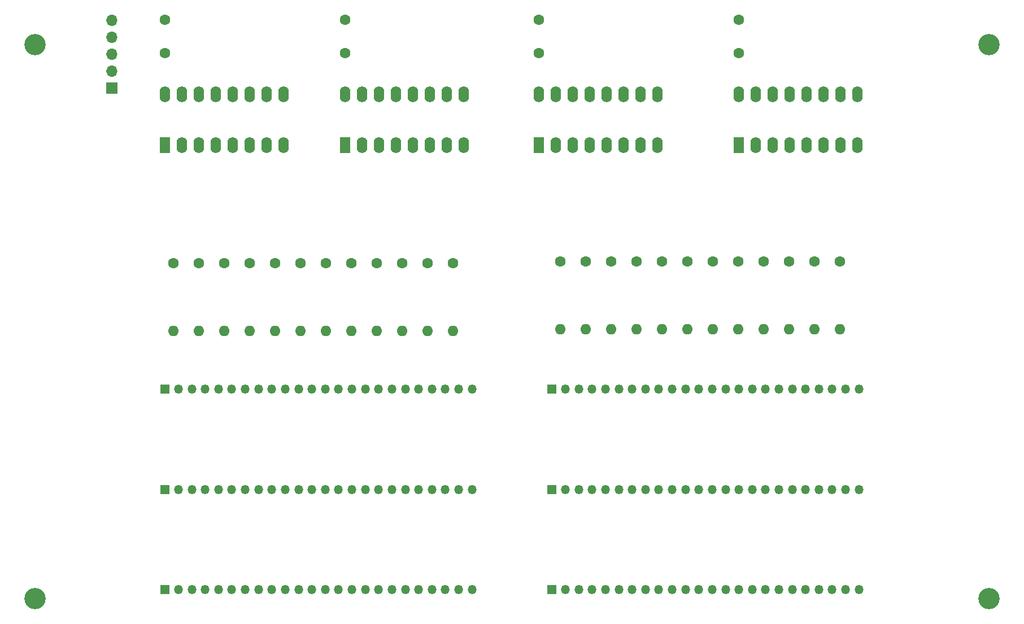
<source format=gbr>
%TF.GenerationSoftware,KiCad,Pcbnew,(5.1.9-0-10_14)*%
%TF.CreationDate,2021-03-14T17:55:17-04:00*%
%TF.ProjectId,LED Display,4c454420-4469-4737-906c-61792e6b6963,rev?*%
%TF.SameCoordinates,Original*%
%TF.FileFunction,Soldermask,Bot*%
%TF.FilePolarity,Negative*%
%FSLAX46Y46*%
G04 Gerber Fmt 4.6, Leading zero omitted, Abs format (unit mm)*
G04 Created by KiCad (PCBNEW (5.1.9-0-10_14)) date 2021-03-14 17:55:17*
%MOMM*%
%LPD*%
G01*
G04 APERTURE LIST*
%ADD10C,3.200000*%
%ADD11R,1.350000X1.350000*%
%ADD12O,1.350000X1.350000*%
%ADD13C,1.600000*%
%ADD14R,1.700000X1.700000*%
%ADD15O,1.700000X1.700000*%
%ADD16O,1.600000X1.600000*%
%ADD17O,1.600000X2.400000*%
%ADD18R,1.600000X2.400000*%
G04 APERTURE END LIST*
D10*
%TO.C,REF\u002A\u002A*%
X168000000Y-20000000D03*
%TD*%
%TO.C,REF\u002A\u002A*%
X168000000Y-103000000D03*
%TD*%
%TO.C,REF\u002A\u002A*%
X25000000Y-103000000D03*
%TD*%
%TO.C,REF\u002A\u002A*%
X25000000Y-20000000D03*
%TD*%
D11*
%TO.C,Display6*%
X102500000Y-101650000D03*
D12*
X104500000Y-101650000D03*
X106500000Y-101650000D03*
X108500000Y-101650000D03*
X110500000Y-101650000D03*
X112500000Y-101650000D03*
X114500000Y-101650000D03*
X116500000Y-101650000D03*
X118500000Y-101650000D03*
X120500000Y-101650000D03*
X122500000Y-101650000D03*
X124500000Y-101650000D03*
X126500000Y-101650000D03*
X128500000Y-101650000D03*
X130500000Y-101650000D03*
X132500000Y-101650000D03*
X134500000Y-101650000D03*
X136500000Y-101650000D03*
X138500000Y-101650000D03*
X140500000Y-101650000D03*
X142500000Y-101650000D03*
X144500000Y-101650000D03*
X146500000Y-101650000D03*
X148500000Y-101650000D03*
%TD*%
D13*
%TO.C,C1*%
X44500000Y-16250000D03*
X44500000Y-21250000D03*
%TD*%
%TO.C,C2*%
X71500000Y-21250000D03*
X71500000Y-16250000D03*
%TD*%
%TO.C,C3*%
X100500000Y-21250000D03*
X100500000Y-16250000D03*
%TD*%
%TO.C,C4*%
X130500000Y-21250000D03*
X130500000Y-16250000D03*
%TD*%
D12*
%TO.C,Display1*%
X90500000Y-71650000D03*
X88500000Y-71650000D03*
X86500000Y-71650000D03*
X84500000Y-71650000D03*
X82500000Y-71650000D03*
X80500000Y-71650000D03*
X78500000Y-71650000D03*
X76500000Y-71650000D03*
X74500000Y-71650000D03*
X72500000Y-71650000D03*
X70500000Y-71650000D03*
X68500000Y-71650000D03*
X66500000Y-71650000D03*
X64500000Y-71650000D03*
X62500000Y-71650000D03*
X60500000Y-71650000D03*
X58500000Y-71650000D03*
X56500000Y-71650000D03*
X54500000Y-71650000D03*
X52500000Y-71650000D03*
X50500000Y-71650000D03*
X48500000Y-71650000D03*
X46500000Y-71650000D03*
D11*
X44500000Y-71650000D03*
%TD*%
%TO.C,Display2*%
X102500000Y-71650000D03*
D12*
X104500000Y-71650000D03*
X106500000Y-71650000D03*
X108500000Y-71650000D03*
X110500000Y-71650000D03*
X112500000Y-71650000D03*
X114500000Y-71650000D03*
X116500000Y-71650000D03*
X118500000Y-71650000D03*
X120500000Y-71650000D03*
X122500000Y-71650000D03*
X124500000Y-71650000D03*
X126500000Y-71650000D03*
X128500000Y-71650000D03*
X130500000Y-71650000D03*
X132500000Y-71650000D03*
X134500000Y-71650000D03*
X136500000Y-71650000D03*
X138500000Y-71650000D03*
X140500000Y-71650000D03*
X142500000Y-71650000D03*
X144500000Y-71650000D03*
X146500000Y-71650000D03*
X148500000Y-71650000D03*
%TD*%
%TO.C,Display3*%
X90500000Y-86650000D03*
X88500000Y-86650000D03*
X86500000Y-86650000D03*
X84500000Y-86650000D03*
X82500000Y-86650000D03*
X80500000Y-86650000D03*
X78500000Y-86650000D03*
X76500000Y-86650000D03*
X74500000Y-86650000D03*
X72500000Y-86650000D03*
X70500000Y-86650000D03*
X68500000Y-86650000D03*
X66500000Y-86650000D03*
X64500000Y-86650000D03*
X62500000Y-86650000D03*
X60500000Y-86650000D03*
X58500000Y-86650000D03*
X56500000Y-86650000D03*
X54500000Y-86650000D03*
X52500000Y-86650000D03*
X50500000Y-86650000D03*
X48500000Y-86650000D03*
X46500000Y-86650000D03*
D11*
X44500000Y-86650000D03*
%TD*%
D12*
%TO.C,Display4*%
X148500000Y-86650000D03*
X146500000Y-86650000D03*
X144500000Y-86650000D03*
X142500000Y-86650000D03*
X140500000Y-86650000D03*
X138500000Y-86650000D03*
X136500000Y-86650000D03*
X134500000Y-86650000D03*
X132500000Y-86650000D03*
X130500000Y-86650000D03*
X128500000Y-86650000D03*
X126500000Y-86650000D03*
X124500000Y-86650000D03*
X122500000Y-86650000D03*
X120500000Y-86650000D03*
X118500000Y-86650000D03*
X116500000Y-86650000D03*
X114500000Y-86650000D03*
X112500000Y-86650000D03*
X110500000Y-86650000D03*
X108500000Y-86650000D03*
X106500000Y-86650000D03*
X104500000Y-86650000D03*
D11*
X102500000Y-86650000D03*
%TD*%
%TO.C,Display5*%
X44500000Y-101650000D03*
D12*
X46500000Y-101650000D03*
X48500000Y-101650000D03*
X50500000Y-101650000D03*
X52500000Y-101650000D03*
X54500000Y-101650000D03*
X56500000Y-101650000D03*
X58500000Y-101650000D03*
X60500000Y-101650000D03*
X62500000Y-101650000D03*
X64500000Y-101650000D03*
X66500000Y-101650000D03*
X68500000Y-101650000D03*
X70500000Y-101650000D03*
X72500000Y-101650000D03*
X74500000Y-101650000D03*
X76500000Y-101650000D03*
X78500000Y-101650000D03*
X80500000Y-101650000D03*
X82500000Y-101650000D03*
X84500000Y-101650000D03*
X86500000Y-101650000D03*
X88500000Y-101650000D03*
X90500000Y-101650000D03*
%TD*%
D14*
%TO.C,J1*%
X36500000Y-26500000D03*
D15*
X36500000Y-23960000D03*
X36500000Y-21420000D03*
X36500000Y-18880000D03*
X36500000Y-16340000D03*
%TD*%
D13*
%TO.C,R1*%
X45750000Y-52750000D03*
D16*
X45750000Y-62910000D03*
%TD*%
%TO.C,R2*%
X49560000Y-62910000D03*
D13*
X49560000Y-52750000D03*
%TD*%
%TO.C,R3*%
X53370000Y-52750000D03*
D16*
X53370000Y-62910000D03*
%TD*%
D13*
%TO.C,R4*%
X57180000Y-52750000D03*
D16*
X57180000Y-62910000D03*
%TD*%
D13*
%TO.C,R5*%
X60990000Y-52750000D03*
D16*
X60990000Y-62910000D03*
%TD*%
%TO.C,R6*%
X64800000Y-62910000D03*
D13*
X64800000Y-52750000D03*
%TD*%
%TO.C,R7*%
X68610000Y-52750000D03*
D16*
X68610000Y-62910000D03*
%TD*%
%TO.C,R8*%
X72420000Y-62910000D03*
D13*
X72420000Y-52750000D03*
%TD*%
D16*
%TO.C,R9*%
X76230000Y-62910000D03*
D13*
X76230000Y-52750000D03*
%TD*%
%TO.C,R10*%
X80040000Y-52750000D03*
D16*
X80040000Y-62910000D03*
%TD*%
%TO.C,R11*%
X83850000Y-62910000D03*
D13*
X83850000Y-52750000D03*
%TD*%
%TO.C,R12*%
X87660000Y-52750000D03*
D16*
X87660000Y-62910000D03*
%TD*%
D13*
%TO.C,R13*%
X103750000Y-52500000D03*
D16*
X103750000Y-62660000D03*
%TD*%
%TO.C,R14*%
X107560000Y-62660000D03*
D13*
X107560000Y-52500000D03*
%TD*%
D16*
%TO.C,R15*%
X111370000Y-62660000D03*
D13*
X111370000Y-52500000D03*
%TD*%
%TO.C,R16*%
X115180000Y-52500000D03*
D16*
X115180000Y-62660000D03*
%TD*%
%TO.C,R17*%
X118990000Y-62660000D03*
D13*
X118990000Y-52500000D03*
%TD*%
%TO.C,R18*%
X122800000Y-52500000D03*
D16*
X122800000Y-62660000D03*
%TD*%
%TO.C,R19*%
X126610000Y-62660000D03*
D13*
X126610000Y-52500000D03*
%TD*%
%TO.C,R20*%
X130420000Y-52500000D03*
D16*
X130420000Y-62660000D03*
%TD*%
%TO.C,R21*%
X134230000Y-62660000D03*
D13*
X134230000Y-52500000D03*
%TD*%
%TO.C,R22*%
X138040000Y-52500000D03*
D16*
X138040000Y-62660000D03*
%TD*%
%TO.C,R23*%
X141850000Y-62660000D03*
D13*
X141850000Y-52500000D03*
%TD*%
D16*
%TO.C,R24*%
X145660000Y-62660000D03*
D13*
X145660000Y-52500000D03*
%TD*%
D17*
%TO.C,U1*%
X44500000Y-27380000D03*
X62280000Y-35000000D03*
X47040000Y-27380000D03*
X59740000Y-35000000D03*
X49580000Y-27380000D03*
X57200000Y-35000000D03*
X52120000Y-27380000D03*
X54660000Y-35000000D03*
X54660000Y-27380000D03*
X52120000Y-35000000D03*
X57200000Y-27380000D03*
X49580000Y-35000000D03*
X59740000Y-27380000D03*
X47040000Y-35000000D03*
X62280000Y-27380000D03*
D18*
X44500000Y-35000000D03*
%TD*%
%TO.C,U2*%
X71500000Y-35000000D03*
D17*
X89280000Y-27380000D03*
X74040000Y-35000000D03*
X86740000Y-27380000D03*
X76580000Y-35000000D03*
X84200000Y-27380000D03*
X79120000Y-35000000D03*
X81660000Y-27380000D03*
X81660000Y-35000000D03*
X79120000Y-27380000D03*
X84200000Y-35000000D03*
X76580000Y-27380000D03*
X86740000Y-35000000D03*
X74040000Y-27380000D03*
X89280000Y-35000000D03*
X71500000Y-27380000D03*
%TD*%
%TO.C,U3*%
X100500000Y-27380000D03*
X118280000Y-35000000D03*
X103040000Y-27380000D03*
X115740000Y-35000000D03*
X105580000Y-27380000D03*
X113200000Y-35000000D03*
X108120000Y-27380000D03*
X110660000Y-35000000D03*
X110660000Y-27380000D03*
X108120000Y-35000000D03*
X113200000Y-27380000D03*
X105580000Y-35000000D03*
X115740000Y-27380000D03*
X103040000Y-35000000D03*
X118280000Y-27380000D03*
D18*
X100500000Y-35000000D03*
%TD*%
%TO.C,U4*%
X130500000Y-35000000D03*
D17*
X148280000Y-27380000D03*
X133040000Y-35000000D03*
X145740000Y-27380000D03*
X135580000Y-35000000D03*
X143200000Y-27380000D03*
X138120000Y-35000000D03*
X140660000Y-27380000D03*
X140660000Y-35000000D03*
X138120000Y-27380000D03*
X143200000Y-35000000D03*
X135580000Y-27380000D03*
X145740000Y-35000000D03*
X133040000Y-27380000D03*
X148280000Y-35000000D03*
X130500000Y-27380000D03*
%TD*%
M02*

</source>
